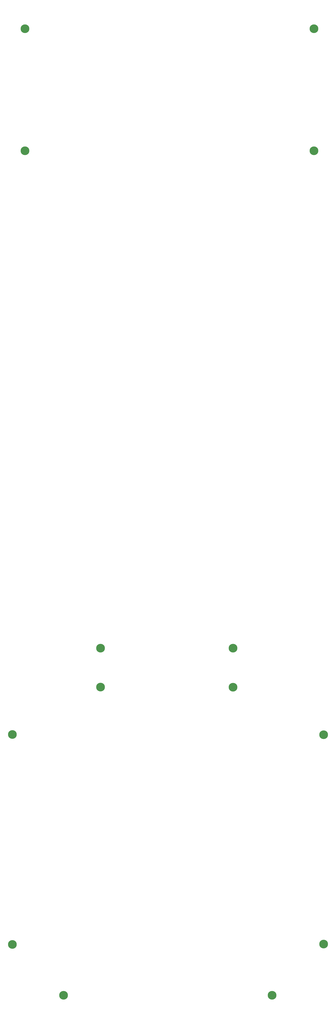
<source format=gbs>
%FSTAX44Y44*%
%MOMM*%
%SFA1B1*%

%IPPOS*%
%ADD54C,5.999988*%
%LNpcb1-1*%
%LPD*%
G54D54*
X0Y0D03*
X00916498Y-00000244D03*
X0Y-00268605D03*
X00916498Y-00268849D03*
X01542756Y-00597248D03*
X01542741Y-02040366D03*
X01186482Y-02393422D03*
X-0025603Y-02393476D03*
X-00609798Y-02043232D03*
X-0060971Y-00595249D03*
X01476061Y03430279D03*
X-00522408Y0343025D03*
X01476061Y0427114D03*
X-00522408Y04271348D03*
M02*
</source>
